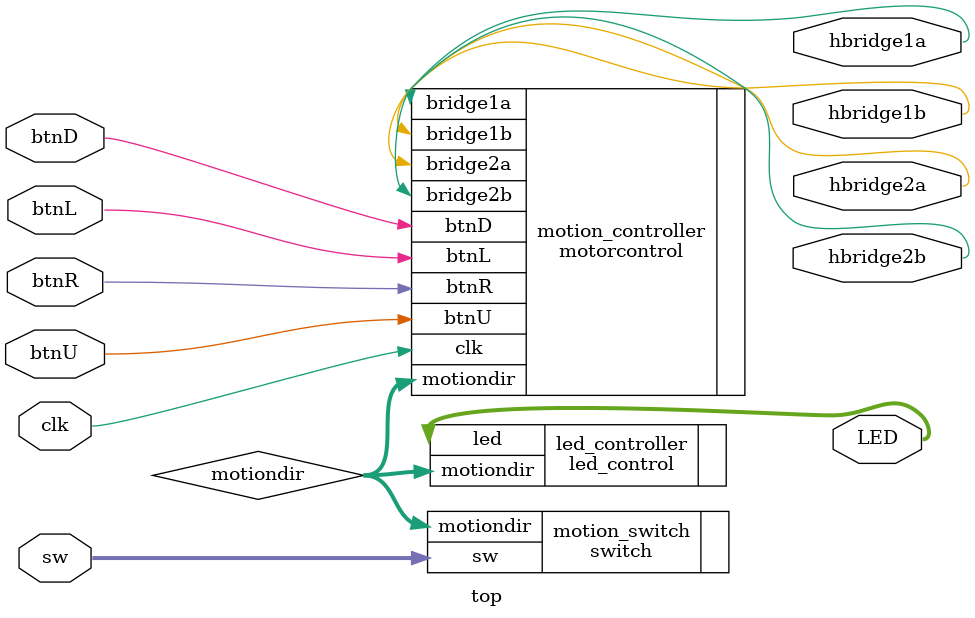
<source format=v>
module top(
    input clk,
    input btnU,
    input btnD,
    input btnL,
    input btnR,
    input [3:0] sw,
    output wire hbridge1a, 
    output wire hbridge2a, 
    output wire hbridge1b,  
    output wire hbridge2b, 
    output [3:0] LED
);

wire [3:0] motiondir;

motorcontrol motion_controller(
    .clk(clk),
    .btnU(btnU),
    .btnD(btnD),
    .btnL(btnL),
    .btnR(btnR),
    .bridge1a(hbridge1a),
    .bridge2a(hbridge2a),
    .bridge1b(hbridge1b),
    .bridge2b(hbridge2b),
    .motiondir(motiondir)
);

led_control led_controller(
    .motiondir(motiondir),
    .led(LED)
);

switch motion_switch(
    .sw(sw),
    .motiondir(motiondir)
);

endmodule

</source>
